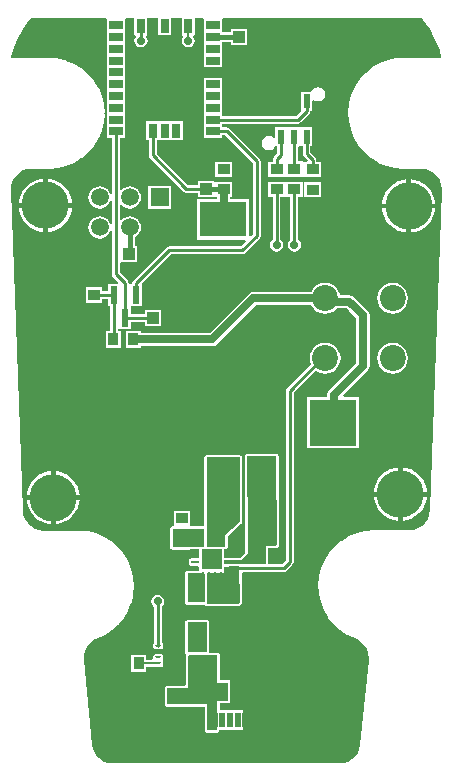
<source format=gtl>
G04*
G04 #@! TF.GenerationSoftware,Altium Limited,Altium Designer,25.2.1 (25)*
G04*
G04 Layer_Physical_Order=1*
G04 Layer_Color=255*
%FSLAX44Y44*%
%MOMM*%
G71*
G04*
G04 #@! TF.SameCoordinates,8C29F912-5D16-4966-89D4-FD56EA257BD5*
G04*
G04*
G04 #@! TF.FilePolarity,Positive*
G04*
G01*
G75*
%ADD11C,0.2000*%
%ADD16C,0.2540*%
G04:AMPARAMS|DCode=47|XSize=0.95mm|YSize=0.95mm|CornerRadius=0mm|HoleSize=0mm|Usage=FLASHONLY|Rotation=180.000|XOffset=0mm|YOffset=0mm|HoleType=Round|Shape=RoundedRectangle|*
%AMROUNDEDRECTD47*
21,1,0.9500,0.9500,0,0,180.0*
21,1,0.9500,0.9500,0,0,180.0*
1,1,0.0000,-0.4750,0.4750*
1,1,0.0000,0.4750,0.4750*
1,1,0.0000,0.4750,-0.4750*
1,1,0.0000,-0.4750,-0.4750*
%
%ADD47ROUNDEDRECTD47*%
%ADD48R,0.7000X1.1500*%
%ADD49R,1.0000X0.9000*%
%ADD50R,0.9000X1.0000*%
G04:AMPARAMS|DCode=51|XSize=0.95mm|YSize=0.95mm|CornerRadius=0mm|HoleSize=0mm|Usage=FLASHONLY|Rotation=90.000|XOffset=0mm|YOffset=0mm|HoleType=Round|Shape=RoundedRectangle|*
%AMROUNDEDRECTD51*
21,1,0.9500,0.9500,0,0,90.0*
21,1,0.9500,0.9500,0,0,90.0*
1,1,0.0000,0.4750,0.4750*
1,1,0.0000,0.4750,-0.4750*
1,1,0.0000,-0.4750,-0.4750*
1,1,0.0000,-0.4750,0.4750*
%
%ADD51ROUNDEDRECTD51*%
%ADD52R,4.0000X4.0000*%
%ADD53R,1.1800X4.7000*%
%ADD54R,1.6800X1.6800*%
G04:AMPARAMS|DCode=55|XSize=0.2mm|YSize=0.6mm|CornerRadius=0.005mm|HoleSize=0mm|Usage=FLASHONLY|Rotation=0.000|XOffset=0mm|YOffset=0mm|HoleType=Round|Shape=RoundedRectangle|*
%AMROUNDEDRECTD55*
21,1,0.2000,0.5900,0,0,0.0*
21,1,0.1900,0.6000,0,0,0.0*
1,1,0.0100,0.0950,-0.2950*
1,1,0.0100,-0.0950,-0.2950*
1,1,0.0100,-0.0950,0.2950*
1,1,0.0100,0.0950,0.2950*
%
%ADD55ROUNDEDRECTD55*%
G04:AMPARAMS|DCode=56|XSize=0.2mm|YSize=0.6mm|CornerRadius=0.005mm|HoleSize=0mm|Usage=FLASHONLY|Rotation=270.000|XOffset=0mm|YOffset=0mm|HoleType=Round|Shape=RoundedRectangle|*
%AMROUNDEDRECTD56*
21,1,0.2000,0.5900,0,0,270.0*
21,1,0.1900,0.6000,0,0,270.0*
1,1,0.0100,-0.2950,-0.0950*
1,1,0.0100,-0.2950,0.0950*
1,1,0.0100,0.2950,0.0950*
1,1,0.0100,0.2950,-0.0950*
%
%ADD56ROUNDEDRECTD56*%
%ADD57R,2.2500X2.3000*%
%ADD58R,1.7500X1.3000*%
%ADD59R,0.5000X1.3000*%
%ADD60R,0.6000X1.5000*%
%ADD61R,1.1500X0.7000*%
%ADD62R,0.7000X0.7000*%
G04:AMPARAMS|DCode=63|XSize=0.5mm|YSize=0.2mm|CornerRadius=0.05mm|HoleSize=0mm|Usage=FLASHONLY|Rotation=180.000|XOffset=0mm|YOffset=0mm|HoleType=Round|Shape=RoundedRectangle|*
%AMROUNDEDRECTD63*
21,1,0.5000,0.1000,0,0,180.0*
21,1,0.4000,0.2000,0,0,180.0*
1,1,0.1000,-0.2000,0.0500*
1,1,0.1000,0.2000,0.0500*
1,1,0.1000,0.2000,-0.0500*
1,1,0.1000,-0.2000,-0.0500*
%
%ADD63ROUNDEDRECTD63*%
%ADD64R,1.5000X1.5500*%
%ADD65R,0.6000X1.2000*%
%ADD66R,2.2000X1.5500*%
%ADD67R,1.0000X1.0000*%
%ADD68C,0.7000*%
%ADD69C,0.4000*%
%ADD70C,4.0000*%
%ADD71R,4.0000X3.0000*%
%ADD72C,2.2000*%
%ADD73C,1.5000*%
%ADD74R,1.5000X1.5000*%
%ADD75C,0.7000*%
%ADD76C,0.4000*%
G36*
X279277Y624314D02*
X284779Y616094D01*
X289404Y607352D01*
X293104Y598179D01*
X294603Y592972D01*
X293839Y591957D01*
X264091D01*
X264029Y591945D01*
X263967Y591954D01*
X256957Y591629D01*
X256749Y591578D01*
X256536Y591576D01*
X249664Y590148D01*
X249468Y590064D01*
X249257Y590029D01*
X242698Y587531D01*
X242517Y587418D01*
X242315Y587349D01*
X236233Y583847D01*
X236072Y583707D01*
X235883Y583607D01*
X230431Y579187D01*
X230295Y579023D01*
X230124Y578895D01*
X225439Y573669D01*
X225330Y573485D01*
X225182Y573331D01*
X221383Y567431D01*
X221304Y567232D01*
X221182Y567057D01*
X218362Y560630D01*
X218316Y560421D01*
X218223Y560229D01*
X216455Y553438D01*
X216443Y553224D01*
X216381Y553020D01*
X215709Y546034D01*
X215731Y545821D01*
X215702Y545609D01*
X216143Y538605D01*
X216197Y538399D01*
X216203Y538185D01*
X217745Y531339D01*
X217832Y531143D01*
X217871Y530933D01*
X220476Y524416D01*
X220592Y524237D01*
X220664Y524036D01*
X224267Y518013D01*
X224410Y517854D01*
X224513Y517667D01*
X229022Y512290D01*
X229189Y512156D01*
X229320Y511987D01*
X234622Y507389D01*
X234808Y507283D01*
X234964Y507137D01*
X240926Y503436D01*
X241126Y503361D01*
X241303Y503242D01*
X247776Y500529D01*
X247986Y500486D01*
X248180Y500396D01*
X255000Y498741D01*
X255213Y498732D01*
X255418Y498674D01*
X262415Y498118D01*
X262521Y498130D01*
X262627Y498110D01*
X277611D01*
X281613Y497658D01*
X285271Y496379D01*
X288552Y494316D01*
X291293Y491576D01*
X293354Y488295D01*
X294634Y484637D01*
X295082Y480661D01*
X295072Y480112D01*
X284904Y208803D01*
X284328Y204914D01*
X282974Y201381D01*
X280884Y198227D01*
X278160Y195602D01*
X274929Y193632D01*
X271348Y192411D01*
X267440Y191981D01*
X237481D01*
X237378Y191961D01*
X237273Y191973D01*
X230399Y191438D01*
X230197Y191381D01*
X229988Y191374D01*
X223279Y189780D01*
X223089Y189693D01*
X222883Y189653D01*
X216502Y187040D01*
X216328Y186925D01*
X216131Y186854D01*
X210231Y183284D01*
X210077Y183143D01*
X209893Y183042D01*
X204617Y178603D01*
X204487Y178439D01*
X204321Y178311D01*
X199796Y173108D01*
X199692Y172927D01*
X199548Y172775D01*
X195883Y166934D01*
X195809Y166738D01*
X195690Y166566D01*
X192974Y160228D01*
X192930Y160023D01*
X192840Y159835D01*
X191137Y153152D01*
X191126Y152943D01*
X191066Y152743D01*
X190419Y145878D01*
X190440Y145670D01*
X190412Y145463D01*
X190835Y138580D01*
X190888Y138378D01*
X190893Y138169D01*
X192376Y131435D01*
X192460Y131243D01*
X192497Y131037D01*
X195005Y124614D01*
X195118Y124437D01*
X195186Y124240D01*
X198658Y118282D01*
X198797Y118125D01*
X198895Y117940D01*
X203248Y112593D01*
X203409Y112459D01*
X203534Y112292D01*
X208662Y107682D01*
X208842Y107575D01*
X208992Y107429D01*
X214772Y103669D01*
X214966Y103592D01*
X215137Y103470D01*
X221399Y100664D01*
X224806Y99036D01*
X227619Y96896D01*
X229939Y94229D01*
X231669Y91147D01*
X232736Y87778D01*
X233104Y84191D01*
X233021Y82501D01*
X225928Y10391D01*
X225166Y6693D01*
X223705Y3364D01*
X221581Y414D01*
X218888Y-2027D01*
X215744Y-3852D01*
X212288Y-4980D01*
X208533Y-5377D01*
X16429D01*
X12673Y-4980D01*
X9218Y-3852D01*
X6074Y-2027D01*
X3381Y414D01*
X1257Y3364D01*
X-204Y6693D01*
X-966Y10391D01*
X-8052Y82427D01*
X-8004Y86388D01*
X-7123Y90098D01*
X-5451Y93525D01*
X-3070Y96503D01*
X-94Y98887D01*
X3557Y100672D01*
X9703Y103424D01*
X9871Y103544D01*
X10063Y103620D01*
X15754Y107302D01*
X15902Y107446D01*
X16080Y107550D01*
X21142Y112059D01*
X21266Y112224D01*
X21426Y112354D01*
X25741Y117583D01*
X25838Y117764D01*
X25977Y117918D01*
X29442Y123744D01*
X29511Y123938D01*
X29624Y124111D01*
X32159Y130398D01*
X32197Y130601D01*
X32282Y130789D01*
X33827Y137389D01*
X33834Y137596D01*
X33890Y137794D01*
X34409Y144553D01*
X34384Y144760D01*
X34409Y144968D01*
X33863Y151892D01*
X33806Y152095D01*
X33798Y152306D01*
X32177Y159059D01*
X32088Y159251D01*
X32047Y159459D01*
X29389Y165875D01*
X29272Y166051D01*
X29198Y166250D01*
X25570Y172171D01*
X25426Y172327D01*
X25323Y172511D01*
X20812Y177792D01*
X20646Y177923D01*
X20515Y178089D01*
X15234Y182600D01*
X15050Y182703D01*
X14894Y182847D01*
X8973Y186475D01*
X8774Y186548D01*
X8598Y186666D01*
X2182Y189324D01*
X1975Y189365D01*
X1783Y189454D01*
X-4971Y191075D01*
X-5182Y191083D01*
X-5386Y191141D01*
X-12309Y191685D01*
X-12415Y191673D01*
X-12519Y191694D01*
X-42333D01*
X-46241Y192123D01*
X-49822Y193345D01*
X-53052Y195315D01*
X-55777Y197939D01*
X-57867Y201094D01*
X-59221Y204627D01*
X-59797Y208516D01*
X-69964Y480005D01*
X-69736Y483607D01*
X-68830Y486961D01*
X-67272Y490065D01*
X-65125Y492797D01*
X-62476Y495044D01*
X-59431Y496717D01*
X-56114Y497749D01*
X-52523Y498111D01*
X-37532D01*
X-37428Y498132D01*
X-37322Y498120D01*
X-30398Y498665D01*
X-30195Y498722D01*
X-29984Y498731D01*
X-23231Y500351D01*
X-23038Y500440D01*
X-22831Y500481D01*
X-16414Y503139D01*
X-16239Y503257D01*
X-16040Y503330D01*
X-10119Y506959D01*
X-9964Y507102D01*
X-9779Y507205D01*
X-4498Y511716D01*
X-4367Y511882D01*
X-4201Y512013D01*
X310Y517294D01*
X413Y517478D01*
X556Y517634D01*
X4185Y523555D01*
X4259Y523754D01*
X4376Y523930D01*
X7034Y530346D01*
X7075Y530554D01*
X7164Y530746D01*
X8785Y537499D01*
X8793Y537710D01*
X8850Y537914D01*
X9396Y544837D01*
X9371Y545047D01*
X9396Y545257D01*
X8850Y552182D01*
X8793Y552385D01*
X8785Y552596D01*
X7164Y559349D01*
X7075Y559541D01*
X7034Y559749D01*
X4376Y566165D01*
X4259Y566341D01*
X4185Y566539D01*
X556Y572461D01*
X413Y572616D01*
X310Y572801D01*
X-4201Y578082D01*
X-4367Y578213D01*
X-4498Y578379D01*
X-9779Y582890D01*
X-9964Y582993D01*
X-10119Y583136D01*
X-16040Y586765D01*
X-16239Y586838D01*
X-16414Y586956D01*
X-22831Y589613D01*
X-23038Y589655D01*
X-23230Y589743D01*
X-29984Y591365D01*
X-30195Y591373D01*
X-30399Y591431D01*
X-37322Y591975D01*
X-37451Y591960D01*
X-37578Y591983D01*
X-39085Y591957D01*
X-68810D01*
X-69574Y592972D01*
X-68076Y598179D01*
X-64376Y607352D01*
X-59750Y616094D01*
X-54248Y624314D01*
X-53160Y625624D01*
X-53118Y625628D01*
X10144D01*
X11220Y625160D01*
X11220Y624358D01*
Y614160D01*
Y604160D01*
Y594160D01*
Y584160D01*
Y574160D01*
Y564160D01*
Y554160D01*
Y544160D01*
Y534160D01*
Y524160D01*
X15636D01*
Y476911D01*
X14366Y476658D01*
X13582Y478551D01*
X12059Y480536D01*
X10074Y482059D01*
X7764Y483016D01*
X5283Y483343D01*
X2803Y483016D01*
X492Y482059D01*
X-1492Y480536D01*
X-3015Y478551D01*
X-3972Y476241D01*
X-4298Y473760D01*
X-3972Y471281D01*
X-3015Y468969D01*
X-1492Y466985D01*
X492Y465462D01*
X2803Y464505D01*
X5283Y464179D01*
X7764Y464505D01*
X10074Y465462D01*
X12059Y466985D01*
X13582Y468969D01*
X14366Y470863D01*
X15636Y470610D01*
Y451511D01*
X14366Y451258D01*
X13582Y453152D01*
X12059Y455136D01*
X10074Y456659D01*
X7764Y457616D01*
X5283Y457943D01*
X2803Y457616D01*
X492Y456659D01*
X-1492Y455136D01*
X-3015Y453152D01*
X-3972Y450840D01*
X-4298Y448360D01*
X-3972Y445881D01*
X-3015Y443569D01*
X-1492Y441585D01*
X492Y440062D01*
X2803Y439105D01*
X5283Y438779D01*
X7764Y439105D01*
X10074Y440062D01*
X12059Y441585D01*
X13582Y443569D01*
X14366Y445463D01*
X15636Y445210D01*
Y408741D01*
X15890Y407465D01*
X16612Y406384D01*
X21184Y401812D01*
X20658Y400542D01*
X12105D01*
Y394556D01*
X7625D01*
Y397721D01*
X-6375D01*
Y384721D01*
X7625D01*
Y387887D01*
X12105D01*
Y381542D01*
X13771D01*
Y360568D01*
X10323D01*
Y346568D01*
X23323D01*
Y360568D01*
X20439D01*
Y362290D01*
X21605Y362542D01*
X21709Y362542D01*
X31605D01*
Y368708D01*
X43305D01*
Y365292D01*
X56805D01*
Y378792D01*
X43305D01*
Y375376D01*
X31605D01*
Y380272D01*
X31605Y381542D01*
X32875Y381542D01*
X41105D01*
Y400542D01*
X41105Y400542D01*
X41105D01*
X41504Y401674D01*
X65505Y425675D01*
X125972D01*
X127248Y425929D01*
X128330Y426651D01*
X140667Y438989D01*
X141390Y440071D01*
X141644Y441347D01*
Y504317D01*
X141390Y505593D01*
X140667Y506675D01*
X115325Y532018D01*
X114243Y532740D01*
X112967Y532994D01*
X109220D01*
Y536326D01*
X173150D01*
X174426Y536580D01*
X175508Y537303D01*
X182780Y544574D01*
X183502Y545656D01*
X183756Y546932D01*
Y547348D01*
X185422D01*
Y555587D01*
X186692Y556266D01*
X187823Y555510D01*
X190164Y555044D01*
X192505Y555510D01*
X194490Y556836D01*
X195816Y558821D01*
X196282Y561162D01*
X195816Y563503D01*
X194490Y565488D01*
X192505Y566814D01*
X190164Y567279D01*
X187823Y566814D01*
X185838Y565488D01*
X184512Y563503D01*
X184481Y563348D01*
X175422D01*
Y547348D01*
X175422Y547348D01*
X175422D01*
X175003Y546228D01*
X171769Y542994D01*
X109220D01*
Y554160D01*
Y564160D01*
Y575160D01*
X93720D01*
Y564160D01*
Y554160D01*
Y544160D01*
Y534160D01*
Y524160D01*
X109220D01*
Y526326D01*
X111586D01*
X134976Y502936D01*
Y442728D01*
X133051Y440803D01*
X131878Y441289D01*
Y472136D01*
X115904D01*
Y474189D01*
X117296D01*
Y487189D01*
X103296D01*
Y487189D01*
X102157Y487506D01*
Y487849D01*
X88658D01*
Y484432D01*
X79804D01*
X53554Y510683D01*
Y522660D01*
X75720D01*
Y538160D01*
X44720D01*
Y522660D01*
X46886D01*
Y509302D01*
X47140Y508026D01*
X47863Y506944D01*
X76066Y478741D01*
X77147Y478018D01*
X78423Y477764D01*
X88658D01*
Y474348D01*
X102157D01*
Y474348D01*
X103296Y474189D01*
Y474189D01*
X103362Y474189D01*
X104689D01*
Y472136D01*
X87878D01*
Y438136D01*
X128725D01*
X129211Y436963D01*
X124591Y432343D01*
X64124D01*
X62848Y432089D01*
X61766Y431367D01*
X33748Y403348D01*
X33025Y402266D01*
X32771Y400990D01*
Y400542D01*
X31209D01*
X31105Y400542D01*
X29939Y400793D01*
Y401106D01*
X29685Y402382D01*
X28963Y403464D01*
X22304Y410122D01*
Y418648D01*
X23342Y419208D01*
X36842D01*
Y432708D01*
X34914D01*
Y439830D01*
X35475Y440062D01*
X37459Y441585D01*
X38982Y443569D01*
X39939Y445881D01*
X40265Y448360D01*
X39939Y450840D01*
X38982Y453152D01*
X37459Y455136D01*
X35475Y456659D01*
X33163Y457616D01*
X30684Y457943D01*
X28203Y457616D01*
X25893Y456659D01*
X23908Y455136D01*
X23574Y454701D01*
X22304Y455132D01*
Y466989D01*
X23574Y467420D01*
X23908Y466985D01*
X25893Y465462D01*
X28203Y464505D01*
X30684Y464179D01*
X33163Y464505D01*
X35475Y465462D01*
X37459Y466985D01*
X38982Y468969D01*
X39939Y471281D01*
X40265Y473760D01*
X39939Y476241D01*
X38982Y478551D01*
X37459Y480536D01*
X35475Y482059D01*
X33163Y483016D01*
X30684Y483343D01*
X28203Y483016D01*
X25893Y482059D01*
X23908Y480536D01*
X23574Y480101D01*
X22304Y480532D01*
Y524160D01*
X26720D01*
Y534160D01*
Y544160D01*
Y554160D01*
Y564160D01*
Y574160D01*
Y584160D01*
Y594160D01*
Y604160D01*
Y614160D01*
X26720Y625160D01*
X27796Y625628D01*
X34720D01*
Y611160D01*
X35157D01*
X35836Y609890D01*
X35039Y608698D01*
X34612Y606552D01*
X35039Y604406D01*
X36255Y602587D01*
X38074Y601371D01*
X40220Y600944D01*
X42366Y601371D01*
X44185Y602587D01*
X45401Y604406D01*
X45828Y606552D01*
X45401Y608698D01*
X44604Y609890D01*
X45283Y611160D01*
X45720D01*
Y625628D01*
X54720D01*
Y611160D01*
X65720D01*
Y625628D01*
X74720D01*
Y611160D01*
X75157D01*
X75836Y609890D01*
X75039Y608698D01*
X74612Y606552D01*
X75039Y604406D01*
X76255Y602587D01*
X78074Y601371D01*
X80220Y600944D01*
X82366Y601371D01*
X84185Y602587D01*
X85401Y604406D01*
X85828Y606552D01*
X85401Y608698D01*
X84604Y609890D01*
X85283Y611160D01*
X85720D01*
Y625628D01*
X92644D01*
X93720Y625160D01*
X93720Y624358D01*
Y614160D01*
Y604160D01*
Y594160D01*
Y584160D01*
X109220D01*
Y594160D01*
Y605425D01*
X116560D01*
Y602596D01*
X130060D01*
Y616096D01*
X116560D01*
Y613581D01*
X109220D01*
X109220Y625160D01*
X110296Y625628D01*
X278185D01*
X279277Y624314D01*
D02*
G37*
%LPC*%
G36*
X174672Y533348D02*
X174152Y533348D01*
X165192D01*
X163922Y533348D01*
X163402Y533348D01*
X153922D01*
Y524569D01*
X152652Y524207D01*
X150849Y525412D01*
X148508Y525877D01*
X146167Y525412D01*
X144182Y524086D01*
X142856Y522101D01*
X142390Y519760D01*
X142856Y517419D01*
X144182Y515434D01*
X146167Y514108D01*
X148508Y513642D01*
X150849Y514108D01*
X152834Y515434D01*
X154113Y517348D01*
X155698D01*
Y511376D01*
X152676Y508353D01*
X151953Y507272D01*
X151699Y505996D01*
Y504053D01*
X148033D01*
Y491053D01*
X161972D01*
X162033Y491053D01*
X163241Y491204D01*
X163303Y491204D01*
X177180D01*
Y504204D01*
X173006D01*
Y516450D01*
X173904Y517348D01*
X175422Y517348D01*
X175818Y517348D01*
X177088Y517048D01*
Y510856D01*
X177342Y509580D01*
X178064Y508498D01*
X181325Y505237D01*
X180800Y503967D01*
X178513D01*
Y490967D01*
X192513D01*
Y503967D01*
X188847D01*
Y505765D01*
X188593Y507041D01*
X187871Y508122D01*
X183756Y512237D01*
Y517348D01*
X185422D01*
Y533348D01*
X175942D01*
X174672Y533348D01*
D02*
G37*
G36*
X117296Y504189D02*
X103296D01*
Y491189D01*
X117296D01*
Y504189D01*
D02*
G37*
G36*
X192513Y486967D02*
X178513D01*
Y473967D01*
X192513D01*
Y486967D01*
D02*
G37*
G36*
X-38640Y489558D02*
Y469106D01*
X-18188D01*
X-18426Y471525D01*
X-19715Y475773D01*
X-21808Y479689D01*
X-24625Y483121D01*
X-28057Y485938D01*
X-31973Y488031D01*
X-36221Y489320D01*
X-38640Y489558D01*
D02*
G37*
G36*
X-42640D02*
X-45059Y489320D01*
X-49307Y488031D01*
X-53223Y485938D01*
X-56655Y483121D01*
X-59472Y479689D01*
X-61565Y475773D01*
X-62854Y471525D01*
X-63092Y469106D01*
X-42640D01*
Y489558D01*
D02*
G37*
G36*
X268954Y489050D02*
Y468598D01*
X289406D01*
X289168Y471017D01*
X287879Y475265D01*
X285786Y479181D01*
X282969Y482613D01*
X279537Y485430D01*
X275621Y487523D01*
X271373Y488812D01*
X268954Y489050D01*
D02*
G37*
G36*
X264954D02*
X262535Y488812D01*
X258287Y487523D01*
X254371Y485430D01*
X250939Y482613D01*
X248122Y479181D01*
X246029Y475265D01*
X244740Y471017D01*
X244502Y468598D01*
X264954D01*
Y489050D01*
D02*
G37*
G36*
X65584Y483260D02*
X46583D01*
Y464260D01*
X65584D01*
Y483260D01*
D02*
G37*
G36*
X-18188Y465106D02*
X-38640D01*
Y444654D01*
X-36221Y444892D01*
X-31973Y446181D01*
X-28057Y448274D01*
X-24625Y451091D01*
X-21808Y454523D01*
X-19715Y458439D01*
X-18426Y462687D01*
X-18188Y465106D01*
D02*
G37*
G36*
X-42640D02*
X-63092D01*
X-62854Y462687D01*
X-61565Y458439D01*
X-59472Y454523D01*
X-56655Y451091D01*
X-53223Y448274D01*
X-49307Y446181D01*
X-45059Y444892D01*
X-42640Y444654D01*
Y465106D01*
D02*
G37*
G36*
X289406Y464598D02*
X268954D01*
Y444146D01*
X271373Y444384D01*
X275621Y445673D01*
X279537Y447766D01*
X282969Y450583D01*
X285786Y454015D01*
X287879Y457931D01*
X289168Y462179D01*
X289406Y464598D01*
D02*
G37*
G36*
X264954D02*
X244502D01*
X244740Y462179D01*
X246029Y457931D01*
X248122Y454015D01*
X250939Y450583D01*
X254371Y447766D01*
X258287Y445673D01*
X262535Y444384D01*
X264954Y444146D01*
Y464598D01*
D02*
G37*
G36*
X163180Y487204D02*
X161973Y487053D01*
X161910Y487053D01*
X148033D01*
Y474053D01*
X151699D01*
Y437965D01*
X151068Y437543D01*
X149852Y435724D01*
X149425Y433578D01*
X149852Y431432D01*
X151068Y429613D01*
X152887Y428397D01*
X155033Y427970D01*
X157179Y428397D01*
X158998Y429613D01*
X160214Y431432D01*
X160641Y433578D01*
X160214Y435724D01*
X158998Y437543D01*
X158367Y437965D01*
Y474053D01*
X161972D01*
X162033Y474053D01*
X163241Y474204D01*
X163303Y474204D01*
X166846D01*
Y437965D01*
X166215Y437543D01*
X164999Y435724D01*
X164572Y433578D01*
X164999Y431432D01*
X166215Y429613D01*
X168034Y428397D01*
X170180Y427970D01*
X172326Y428397D01*
X174145Y429613D01*
X175361Y431432D01*
X175788Y433578D01*
X175361Y435724D01*
X174145Y437543D01*
X173514Y437965D01*
Y474204D01*
X177180D01*
Y487204D01*
X163241D01*
X163180Y487204D01*
D02*
G37*
G36*
X253238Y401478D02*
X249844Y401031D01*
X246682Y399721D01*
X243966Y397638D01*
X241882Y394922D01*
X240573Y391760D01*
X240126Y388366D01*
X240573Y384972D01*
X241882Y381810D01*
X243966Y379094D01*
X246682Y377010D01*
X249844Y375701D01*
X253238Y375254D01*
X256632Y375701D01*
X259794Y377010D01*
X262510Y379094D01*
X264594Y381810D01*
X265903Y384972D01*
X266350Y388366D01*
X265903Y391760D01*
X264594Y394922D01*
X262510Y397638D01*
X259794Y399721D01*
X256632Y401031D01*
X253238Y401478D01*
D02*
G37*
G36*
Y350678D02*
X249844Y350231D01*
X246682Y348922D01*
X243966Y346838D01*
X241882Y344122D01*
X240573Y340960D01*
X240126Y337566D01*
X240573Y334172D01*
X241882Y331010D01*
X243966Y328294D01*
X246682Y326211D01*
X249844Y324901D01*
X253238Y324454D01*
X256632Y324901D01*
X259794Y326211D01*
X262510Y328294D01*
X264594Y331010D01*
X265903Y334172D01*
X266350Y337566D01*
X265903Y340960D01*
X264594Y344122D01*
X262510Y346838D01*
X259794Y348922D01*
X256632Y350231D01*
X253238Y350678D01*
D02*
G37*
G36*
X196088D02*
X192694Y350231D01*
X189532Y348922D01*
X186816Y346838D01*
X184732Y344122D01*
X183423Y340960D01*
X182976Y337566D01*
X183423Y334172D01*
X184013Y332746D01*
X163759Y312491D01*
X163036Y311410D01*
X162782Y310134D01*
Y166599D01*
X159655Y163472D01*
X148094D01*
Y176984D01*
X154589D01*
X154595Y176985D01*
X154600Y176984D01*
X154985Y177062D01*
X155370Y177139D01*
X155374Y177142D01*
X155380Y177143D01*
X155704Y177362D01*
X156031Y177581D01*
X156034Y177586D01*
X156039Y177589D01*
X156932Y178491D01*
X156935Y178496D01*
X156940Y178499D01*
X157154Y178828D01*
X157371Y179155D01*
X157372Y179161D01*
X157375Y179165D01*
X157447Y179550D01*
X157522Y179936D01*
X157521Y179942D01*
X157522Y179947D01*
X156735Y254694D01*
X156655Y255074D01*
X156580Y255453D01*
X156574Y255462D01*
X156572Y255472D01*
X156353Y255793D01*
X156138Y256114D01*
X156129Y256120D01*
X156123Y256129D01*
X155799Y256341D01*
X155477Y256556D01*
X155466Y256558D01*
X155457Y256564D01*
X155076Y256636D01*
X154696Y256711D01*
X132588Y256712D01*
X132582Y256710D01*
X132575Y256712D01*
X130293Y256697D01*
X129902Y256617D01*
X129518Y256539D01*
X129516Y256537D01*
X129513Y256537D01*
X129181Y256312D01*
X128858Y256094D01*
X128857Y256092D01*
X128854Y256091D01*
X128637Y255761D01*
X128419Y255431D01*
X128418Y255429D01*
X128417Y255426D01*
X128342Y255040D01*
X128266Y254650D01*
X128270Y253713D01*
X128522Y186065D01*
Y173101D01*
X125113Y168827D01*
X110548Y168827D01*
Y175999D01*
X110759Y176041D01*
X110975Y176044D01*
X112141Y176294D01*
X112312Y176368D01*
X112495Y176404D01*
X112674Y176524D01*
X112872Y176609D01*
X113001Y176743D01*
X113156Y176846D01*
X113276Y177025D01*
X113426Y177180D01*
X113495Y177353D01*
X113598Y177508D01*
X113640Y177719D01*
X113720Y177919D01*
X113717Y178105D01*
X113754Y178288D01*
Y186910D01*
X125077Y197305D01*
X125103Y197341D01*
X125140Y197365D01*
X125337Y197661D01*
X125547Y197947D01*
X125557Y197990D01*
X125582Y198027D01*
X125651Y198375D01*
X125735Y198720D01*
X125729Y198764D01*
X125737Y198807D01*
X125737Y253713D01*
X125582Y254494D01*
X125140Y255155D01*
X124478Y255597D01*
X123698Y255752D01*
X96058Y255752D01*
X95278Y255597D01*
X94616Y255155D01*
X94174Y254494D01*
X94019Y253713D01*
Y195222D01*
X83009D01*
X81930Y195684D01*
X81930Y196492D01*
Y208684D01*
X67930D01*
X67930Y196024D01*
X67169Y195326D01*
X66867Y195184D01*
X66275Y195067D01*
X65613Y194625D01*
X65171Y193963D01*
X65016Y193183D01*
Y177704D01*
X65171Y176924D01*
X65613Y176262D01*
X66275Y175821D01*
X67055Y175665D01*
X81427Y175665D01*
X81624Y175704D01*
X81825D01*
X82010Y175781D01*
X82207Y175821D01*
X82374Y175932D01*
X82560Y176009D01*
X82694Y176098D01*
X82899Y176139D01*
X88474D01*
X89501Y176014D01*
X89748Y174771D01*
Y169196D01*
X88598Y168178D01*
X82698D01*
X81898Y168019D01*
X81220Y167566D01*
X80767Y166888D01*
X80608Y166088D01*
Y164188D01*
X80767Y163388D01*
X81220Y162710D01*
X81898Y162257D01*
X82698Y162098D01*
X88598D01*
X89748Y161080D01*
Y157872D01*
X79829Y157872D01*
X79049Y157717D01*
X78387Y157274D01*
X77945Y156613D01*
X77790Y155833D01*
X77790Y130852D01*
X77945Y130072D01*
X78387Y129410D01*
X79049Y128968D01*
X79829Y128813D01*
X93301Y128813D01*
X94081Y128968D01*
X94365Y129158D01*
X94796Y128512D01*
X95458Y128070D01*
X96238Y127915D01*
X122800D01*
X122800Y127915D01*
X122801Y127915D01*
X123214Y127997D01*
X123580Y128070D01*
X123580Y128070D01*
X123581Y128070D01*
X123901Y128284D01*
X124242Y128512D01*
X124242Y128512D01*
X124242Y128512D01*
X125140Y129411D01*
X125140Y129411D01*
X125140Y129412D01*
X125369Y129754D01*
X125582Y130073D01*
X125582Y130073D01*
X125582Y130074D01*
X125659Y130461D01*
X125736Y130853D01*
X125736Y130854D01*
X125736Y130854D01*
X125714Y155906D01*
X126612Y156804D01*
X161036D01*
X162312Y157058D01*
X163393Y157781D01*
X168473Y162861D01*
X169196Y163942D01*
X169450Y165218D01*
Y308753D01*
X188047Y327350D01*
X189532Y326211D01*
X192694Y324901D01*
X196088Y324454D01*
X199482Y324901D01*
X202644Y326211D01*
X205360Y328294D01*
X207444Y331010D01*
X208753Y334172D01*
X209200Y337566D01*
X208753Y340960D01*
X207444Y344122D01*
X205360Y346838D01*
X202644Y348922D01*
X199482Y350231D01*
X196088Y350678D01*
D02*
G37*
G36*
Y401478D02*
X192694Y401031D01*
X189532Y399721D01*
X186816Y397638D01*
X184732Y394922D01*
X184340Y393974D01*
X135416D01*
X133270Y393547D01*
X131451Y392331D01*
X98295Y359176D01*
X40323D01*
Y360568D01*
X27323D01*
Y346568D01*
X40323D01*
Y347960D01*
X100618D01*
X102764Y348387D01*
X104584Y349603D01*
X137739Y382758D01*
X184340D01*
X184732Y381810D01*
X186816Y379094D01*
X189532Y377010D01*
X192694Y375701D01*
X196088Y375254D01*
X199482Y375701D01*
X202644Y377010D01*
X205360Y379094D01*
X205969Y379888D01*
X214347D01*
X216383Y377853D01*
X222729Y371507D01*
Y333693D01*
X199569Y310533D01*
X198353Y308714D01*
X197926Y306568D01*
Y305210D01*
X181248D01*
Y261210D01*
X225248D01*
Y305210D01*
X211766D01*
X211280Y306383D01*
X232302Y327405D01*
X233517Y329224D01*
X233944Y331370D01*
Y373829D01*
X233517Y375975D01*
X232302Y377795D01*
X224313Y385783D01*
X224313Y385783D01*
X220636Y389461D01*
X220635Y389461D01*
X218816Y390677D01*
X216670Y391104D01*
X208840D01*
X208753Y391760D01*
X207444Y394922D01*
X205360Y397638D01*
X202644Y399721D01*
X199482Y401031D01*
X196088Y401478D01*
D02*
G37*
G36*
X261842Y244956D02*
Y224504D01*
X282294D01*
X282056Y226923D01*
X280767Y231171D01*
X278674Y235087D01*
X275857Y238519D01*
X272425Y241336D01*
X268509Y243429D01*
X264261Y244718D01*
X261842Y244956D01*
D02*
G37*
G36*
X257842D02*
X255423Y244718D01*
X251175Y243429D01*
X247259Y241336D01*
X243827Y238519D01*
X241010Y235087D01*
X238917Y231171D01*
X237628Y226923D01*
X237390Y224504D01*
X257842D01*
Y244956D01*
D02*
G37*
G36*
X-32036Y242162D02*
Y221710D01*
X-11584D01*
X-11822Y224129D01*
X-13111Y228377D01*
X-15204Y232293D01*
X-18021Y235725D01*
X-21453Y238542D01*
X-25369Y240635D01*
X-29617Y241924D01*
X-32036Y242162D01*
D02*
G37*
G36*
X-36036D02*
X-38455Y241924D01*
X-42703Y240635D01*
X-46619Y238542D01*
X-50051Y235725D01*
X-52868Y232293D01*
X-54961Y228377D01*
X-56250Y224129D01*
X-56488Y221710D01*
X-36036D01*
Y242162D01*
D02*
G37*
G36*
X282294Y220504D02*
X261842D01*
Y200052D01*
X264261Y200290D01*
X268509Y201579D01*
X272425Y203672D01*
X275857Y206489D01*
X278674Y209921D01*
X280767Y213837D01*
X282056Y218085D01*
X282294Y220504D01*
D02*
G37*
G36*
X257842D02*
X237390D01*
X237628Y218085D01*
X238917Y213837D01*
X241010Y209921D01*
X243827Y206489D01*
X247259Y203672D01*
X251175Y201579D01*
X255423Y200290D01*
X257842Y200052D01*
Y220504D01*
D02*
G37*
G36*
X-11584Y217710D02*
X-32036D01*
Y197258D01*
X-29617Y197496D01*
X-25369Y198785D01*
X-21453Y200878D01*
X-18021Y203695D01*
X-15204Y207127D01*
X-13111Y211043D01*
X-11822Y215291D01*
X-11584Y217710D01*
D02*
G37*
G36*
X-36036D02*
X-56488D01*
X-56250Y215291D01*
X-54961Y211043D01*
X-52868Y207127D01*
X-50051Y203695D01*
X-46619Y200878D01*
X-42703Y198785D01*
X-38455Y197496D01*
X-36036Y197258D01*
Y217710D01*
D02*
G37*
G36*
X54517Y137331D02*
X52371Y136904D01*
X50552Y135688D01*
X49336Y133869D01*
X48909Y131723D01*
X49336Y129577D01*
X50552Y127758D01*
X51293Y127262D01*
Y96909D01*
X50935Y96670D01*
X50383Y95843D01*
X50189Y94868D01*
Y93868D01*
X50383Y92893D01*
X50935Y92065D01*
X51762Y91513D01*
X52738Y91319D01*
X53415D01*
X53462Y91288D01*
X54738Y91034D01*
X56014Y91288D01*
X56061Y91319D01*
X56738D01*
X57713Y91513D01*
X58540Y92065D01*
X59093Y92893D01*
X59287Y93868D01*
Y94868D01*
X59093Y95843D01*
X58540Y96670D01*
X57961Y97057D01*
Y127410D01*
X58482Y127758D01*
X59698Y129577D01*
X60125Y131723D01*
X59698Y133869D01*
X58482Y135688D01*
X56663Y136904D01*
X54517Y137331D01*
D02*
G37*
G36*
X56738Y87417D02*
X52738D01*
X51762Y87223D01*
X50935Y86670D01*
X50383Y85843D01*
X50189Y84868D01*
Y83868D01*
X50223Y83697D01*
X49283Y82427D01*
X44854D01*
Y86248D01*
X31854D01*
Y72248D01*
X44854D01*
Y76309D01*
X54738D01*
X54787Y76319D01*
X56738D01*
X57713Y76513D01*
X58540Y77066D01*
X59093Y77892D01*
X59287Y78868D01*
Y79868D01*
X59093Y80843D01*
X59063Y80887D01*
X58628Y81868D01*
X59063Y82848D01*
X59093Y82893D01*
X59287Y83868D01*
Y84868D01*
X59093Y85843D01*
X58540Y86670D01*
X57713Y87223D01*
X56738Y87417D01*
D02*
G37*
G36*
X96238Y116097D02*
X79829D01*
X79049Y115942D01*
X78387Y115500D01*
X77945Y114838D01*
X77790Y114058D01*
X77790Y88862D01*
X77945Y88081D01*
X78387Y87420D01*
X78582Y86829D01*
X78361Y86495D01*
X78144Y86169D01*
X78144Y86167D01*
X78143Y86165D01*
X78067Y85776D01*
X77991Y85389D01*
X77991Y85386D01*
X77991Y85384D01*
X78094Y61391D01*
X77198Y60491D01*
X62593D01*
X61812Y60336D01*
X61151Y59894D01*
X60709Y59232D01*
X60553Y58452D01*
X60553Y44704D01*
X60709Y43924D01*
X61151Y43263D01*
X61812Y42821D01*
X62593Y42665D01*
X94481Y42665D01*
X94481Y22575D01*
X94636Y21795D01*
X95078Y21133D01*
X95740Y20691D01*
X96520Y20536D01*
X103437D01*
X103469Y20543D01*
X103502Y20537D01*
X104755Y20577D01*
X105112Y20660D01*
X105471Y20731D01*
X105498Y20750D01*
X105530Y20757D01*
X105828Y20970D01*
X106132Y21174D01*
X106151Y21201D01*
X106177Y21220D01*
X106371Y21531D01*
X106574Y21835D01*
X106581Y21868D01*
X106598Y21896D01*
X106658Y22256D01*
X106729Y22615D01*
X126690D01*
Y39615D01*
X107019D01*
Y45368D01*
X115690D01*
Y64868D01*
X107019D01*
Y86293D01*
X106864Y87073D01*
X106422Y87735D01*
X105760Y88177D01*
X104980Y88332D01*
X98712D01*
X98277Y88862D01*
Y114058D01*
X98122Y114838D01*
X97680Y115500D01*
X97018Y115942D01*
X96238Y116097D01*
D02*
G37*
%LPD*%
G36*
X123698Y253713D02*
X123698Y198807D01*
X111714Y187806D01*
Y178288D01*
X110548Y178038D01*
X110548Y178038D01*
X110548Y178038D01*
X96058D01*
Y253713D01*
X123698Y253713D01*
D02*
G37*
G36*
X94019Y178038D02*
X89748D01*
X89748Y178038D01*
X88598Y178178D01*
X82698D01*
X81898Y178019D01*
X81427Y177705D01*
X67055Y177704D01*
Y193183D01*
X94019D01*
Y178038D01*
D02*
G37*
G36*
X154696Y254672D02*
X155483Y179926D01*
X154589Y179023D01*
X146055D01*
Y163472D01*
X114648D01*
X113372Y163218D01*
X113312Y163178D01*
X111698D01*
X110548Y164196D01*
Y166788D01*
X126095Y166788D01*
X130561Y172388D01*
Y186066D01*
X130309Y253720D01*
X130306Y254658D01*
X132588Y254672D01*
X154696Y254672D01*
D02*
G37*
G36*
X94199Y154935D02*
Y143636D01*
Y131750D01*
X93301Y130852D01*
X79829Y130852D01*
X79829Y155833D01*
X93301Y155833D01*
X94199Y154935D01*
D02*
G37*
G36*
X123697Y130852D02*
X122800Y129954D01*
X96238D01*
Y143636D01*
Y155833D01*
X110490Y155833D01*
Y157181D01*
X110548Y157238D01*
X110548D01*
Y160130D01*
X110554Y160147D01*
X110589Y160227D01*
X110843Y160546D01*
X111698Y161139D01*
X113312D01*
X113509Y161178D01*
X113710D01*
X113841Y161233D01*
X114849Y161433D01*
X123670D01*
X123697Y130852D01*
D02*
G37*
G36*
X96238Y89650D02*
Y89368D01*
Y88862D01*
X79829D01*
X79829Y114058D01*
X96238D01*
Y89650D01*
D02*
G37*
G36*
X104980Y86293D02*
Y46146D01*
Y39615D01*
X104690D01*
Y22615D01*
X103437Y22575D01*
X96520D01*
X96520Y44704D01*
X62593Y44704D01*
X62593Y58452D01*
X80146D01*
X80030Y85393D01*
X80926Y86293D01*
X104980Y86293D01*
D02*
G37*
D11*
X80220Y606552D02*
Y608216D01*
Y618910D01*
X38474Y79368D02*
X54738D01*
X38354Y79248D02*
X38474Y79368D01*
D16*
X54627Y94478D02*
X54738Y94368D01*
X54627Y94478D02*
Y131613D01*
X54517Y131723D02*
X54627Y131613D01*
X170180Y433578D02*
Y480704D01*
X155033Y433578D02*
Y480553D01*
X138310Y441347D02*
Y504317D01*
X112967Y529660D02*
X138310Y504317D01*
X101470Y529660D02*
X112967D01*
X64124Y429009D02*
X125972D01*
X36105Y400990D02*
X64124Y429009D01*
X125972D02*
X138310Y441347D01*
X36105Y391042D02*
Y400990D01*
X40220Y606552D02*
Y618910D01*
X78423Y481099D02*
X95407D01*
X50220Y509302D02*
Y530410D01*
Y509302D02*
X78423Y481099D01*
X18970Y408741D02*
Y529660D01*
X26605Y372042D02*
Y401106D01*
X18970Y408741D02*
X26605Y401106D01*
X166116Y165218D02*
Y310134D01*
X193548Y337566D01*
X196088D01*
X161036Y160138D02*
X166116Y165218D01*
X114648Y160138D02*
X161036D01*
X625Y391222D02*
X16925D01*
X17105Y391042D01*
Y353850D02*
Y391042D01*
X16823Y353568D02*
X17105Y353850D01*
X26605Y372042D02*
X50055D01*
X180422Y546932D02*
Y555348D01*
X173150Y539660D02*
X180422Y546932D01*
X101470Y539660D02*
X173150D01*
X109878Y455136D02*
X110296Y455554D01*
X180422Y510856D02*
Y525348D01*
X185513Y497467D02*
Y505765D01*
X180422Y510856D02*
X185513Y505765D01*
X155033Y497553D02*
Y505996D01*
X158922Y525348D02*
X159032Y525238D01*
X155033Y505996D02*
X159032Y509995D01*
Y525238D01*
X169672Y498212D02*
Y525348D01*
Y498212D02*
X170180Y497704D01*
D47*
X138555Y171001D02*
D03*
X153555D02*
D03*
X50055Y372042D02*
D03*
X65055D02*
D03*
X112190Y79868D02*
D03*
X97190D02*
D03*
X123310Y609346D02*
D03*
X138310D02*
D03*
X30092Y425958D02*
D03*
X45092D02*
D03*
D48*
X40220Y618910D02*
D03*
X80220D02*
D03*
X50220D02*
D03*
X60220D02*
D03*
X70220D02*
D03*
X80220Y530410D02*
D03*
X70220D02*
D03*
X60220D02*
D03*
X50220D02*
D03*
X40220D02*
D03*
D49*
X155033Y480553D02*
D03*
Y497553D02*
D03*
X185513Y480467D02*
D03*
Y497467D02*
D03*
X74930Y202184D02*
D03*
Y185184D02*
D03*
X625Y391222D02*
D03*
Y408222D02*
D03*
X170180Y497704D02*
D03*
Y480704D02*
D03*
X110296Y480689D02*
D03*
Y497689D02*
D03*
D50*
X33823Y353568D02*
D03*
X16823D02*
D03*
X21354Y79248D02*
D03*
X38354D02*
D03*
D51*
X87668Y137926D02*
D03*
Y122926D02*
D03*
X117573Y138057D02*
D03*
Y123057D02*
D03*
X102718Y137988D02*
D03*
Y122988D02*
D03*
X95407Y481099D02*
D03*
Y496099D02*
D03*
D52*
X203248Y283210D02*
D03*
Y219710D02*
D03*
D53*
X108527Y223686D02*
D03*
X141627D02*
D03*
D54*
X100148Y167638D02*
D03*
D55*
X107648Y182138D02*
D03*
X102648D02*
D03*
X97648D02*
D03*
X92648D02*
D03*
Y153138D02*
D03*
X97648D02*
D03*
X102648D02*
D03*
X107648D02*
D03*
D56*
X85648Y175138D02*
D03*
Y170138D02*
D03*
Y165138D02*
D03*
Y160138D02*
D03*
X114648D02*
D03*
Y165138D02*
D03*
Y170138D02*
D03*
Y175138D02*
D03*
D57*
X136440Y9075D02*
D03*
X94940D02*
D03*
D58*
X146170Y30935D02*
D03*
X85210D02*
D03*
D59*
X128690Y31115D02*
D03*
X122190D02*
D03*
X115690D02*
D03*
X109190D02*
D03*
X102690D02*
D03*
D60*
X26605Y372042D02*
D03*
X17105Y391042D02*
D03*
X36105D02*
D03*
D61*
X18970Y529660D02*
D03*
Y539660D02*
D03*
Y549660D02*
D03*
Y559660D02*
D03*
Y569660D02*
D03*
Y579660D02*
D03*
Y589660D02*
D03*
Y599660D02*
D03*
Y609660D02*
D03*
Y619660D02*
D03*
X101470D02*
D03*
Y609660D02*
D03*
Y599660D02*
D03*
Y589660D02*
D03*
Y579660D02*
D03*
Y569660D02*
D03*
Y559660D02*
D03*
Y549660D02*
D03*
Y539660D02*
D03*
Y529660D02*
D03*
D62*
X42970Y568960D02*
D03*
X54470D02*
D03*
Y557460D02*
D03*
X65970Y568960D02*
D03*
Y557460D02*
D03*
X77470Y568960D02*
D03*
X54470Y580460D02*
D03*
X65970D02*
D03*
X54470Y591960D02*
D03*
X65970D02*
D03*
X77470D02*
D03*
X42970D02*
D03*
D63*
X83438Y79368D02*
D03*
Y84368D02*
D03*
Y89368D02*
D03*
Y94368D02*
D03*
X54738D02*
D03*
Y89368D02*
D03*
Y84368D02*
D03*
Y79368D02*
D03*
D64*
X69088Y86868D02*
D03*
D65*
X158922Y525348D02*
D03*
Y555348D02*
D03*
X169672Y525348D02*
D03*
Y555348D02*
D03*
X180422Y525348D02*
D03*
Y555348D02*
D03*
D66*
X143690Y55118D02*
D03*
X102690D02*
D03*
D67*
X71200Y105314D02*
D03*
X87200D02*
D03*
D68*
X228337Y331370D02*
Y373829D01*
X203534Y306568D02*
X228337Y331370D01*
X203534Y283496D02*
Y306568D01*
X203248Y283210D02*
X203534Y283496D01*
X216670Y385496D02*
X220348Y381818D01*
X228337Y373829D01*
X196088Y388366D02*
X198958Y385496D01*
X216670D01*
X100618Y353568D02*
X135416Y388366D01*
X196088D01*
X33823Y353568D02*
X100618D01*
X110296Y455554D02*
Y480689D01*
D69*
X123153Y609503D02*
X123310Y609346D01*
X101627Y609503D02*
X123153D01*
X101470Y609660D02*
X101627Y609503D01*
X95407Y481099D02*
X95612Y480894D01*
X110092D01*
X110296Y480689D01*
X30684Y448360D02*
X30836Y448208D01*
Y429009D02*
Y448208D01*
Y429009D02*
X30988Y428857D01*
D70*
X259842Y222504D02*
D03*
X-34036Y219710D02*
D03*
X266954Y466598D02*
D03*
X-40640Y467106D02*
D03*
D71*
X109878Y455136D02*
D03*
Y405606D02*
D03*
D72*
X196088Y388366D02*
D03*
Y337566D02*
D03*
X253238Y388366D02*
D03*
Y337566D02*
D03*
X196088Y362966D02*
D03*
D73*
X5283Y448360D02*
D03*
Y473760D02*
D03*
X30684Y448360D02*
D03*
Y473760D02*
D03*
X56083Y448360D02*
D03*
D74*
Y473760D02*
D03*
D75*
X54517Y131723D02*
D03*
X87630Y68822D02*
D03*
X170180Y433578D02*
D03*
X155033D02*
D03*
X274563Y621993D02*
D03*
X247736Y621869D02*
D03*
X212121Y622078D02*
D03*
X221002Y622095D02*
D03*
X230150Y621997D02*
D03*
X167416Y621970D02*
D03*
X176125Y621872D02*
D03*
X158268Y622068D02*
D03*
X149559Y622166D02*
D03*
X185404Y621944D02*
D03*
X114213Y622077D02*
D03*
X122921Y621979D02*
D03*
X132070Y621881D02*
D03*
X-22040Y622134D02*
D03*
X-48619Y622133D02*
D03*
X-30763Y621937D02*
D03*
X-39471Y622035D02*
D03*
X-3936Y622061D02*
D03*
X4772Y621964D02*
D03*
X-13084Y622159D02*
D03*
X265535Y622077D02*
D03*
X256827Y622175D02*
D03*
X203198Y622061D02*
D03*
X194490Y622159D02*
D03*
X238733Y622088D02*
D03*
X140527Y622159D02*
D03*
X40220Y606552D02*
D03*
X80220D02*
D03*
D76*
X105148Y162638D02*
D03*
Y172638D02*
D03*
X100148Y167638D02*
D03*
X95148Y162638D02*
D03*
Y172638D02*
D03*
M02*

</source>
